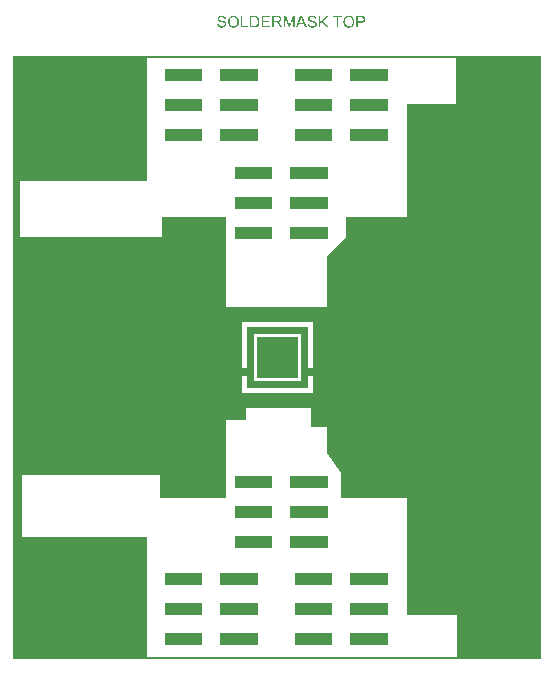
<source format=gbr>
G04 CAM350/DFMSTREAM V12.1 (Build 1022) Date:  Fri Nov 06 13:38:26 2015 *
G04 Database: C:\Projects\3894_EVB_TGP2105_MArnold_102015\Gerbers\110615\GBR_1138089-A.cam *
G04 Layer 7: SOLDERMASK_TOP *
%FSLAX24Y24*%
%MOIN*%
%SFA1.000B1.000*%

%MIA0B0*%
%IPPOS*%
%ADD10C,0.07800*%
%ADD11C,0.08600*%
%ADD12C,0.10000*%
%ADD13C,0.12000*%
%ADD14C,0.06400*%
%LNSOLDERMASK_TOP*%
%LPD*%
G36*
X-1210Y11000D02*
G01Y11384D01*
X-1159*
Y11046*
X-969*
Y11000*
X-1210*
G37*
G36*
X-521D02*
G01Y11384D01*
X-243*
Y11339*
X-470*
Y11221*
X-257*
Y11176*
X-470*
Y11046*
X-234*
Y11000*
X-521*
G37*
G36*
X2640D02*
G01Y11384D01*
X2797*
X2806*
X2815Y11383*
X2825Y11382*
X2835Y11381*
X2843Y11380*
X2844*
X2848Y11379*
X2853Y11378*
X2860Y11376*
X2867Y11374*
X2875Y11370*
X2883Y11366*
X2890Y11362*
X2891Y11361*
X2893Y11360*
X2897Y11356*
X2901Y11352*
X2906Y11347*
X2911Y11341*
X2917Y11334*
X2921Y11325*
X2922Y11324*
X2923Y11321*
X2925Y11316*
X2927Y11310*
X2929Y11302*
X2931Y11293*
X2932Y11283*
X2933Y11273*
Y11272*
Y11270*
Y11268*
X2932Y11264*
Y11260*
X2931Y11255*
X2930Y11250*
X2929Y11244*
X2925Y11231*
X2923Y11224*
X2920Y11217*
X2916Y11210*
X2912Y11203*
X2907Y11196*
X2901Y11190*
Y11189*
X2900Y11188*
X2898Y11186*
X2895Y11185*
X2892Y11182*
X2887Y11179*
X2882Y11176*
X2876Y11173*
X2868Y11170*
X2860Y11166*
X2851Y11164*
X2841Y11162*
X2830Y11159*
X2817Y11158*
X2804Y11157*
X2789Y11156*
X2691*
Y11000*
X2640*
G37*
G36*
X1866Y11339D02*
G01Y11384D01*
X2170*
Y11339*
X2043*
Y11000*
X1992*
Y11339*
X1866*
G37*
G36*
X1012Y11123D02*
G01X1060Y11128D01*
Y11127*
Y11125*
Y11123*
X1061Y11118*
X1063Y11110*
X1065Y11103*
X1067Y11095*
X1071Y11087*
X1075Y11080*
X1076Y11079*
X1077Y11077*
X1080Y11073*
X1085Y11069*
X1090Y11064*
X1096Y11059*
X1105Y11054*
X1114Y11050*
X1115Y11049*
X1116*
X1118Y11048*
X1124Y11047*
X1131Y11044*
X1140Y11042*
X1150Y11041*
X1161Y11039*
X1173*
X1178*
X1183*
X1190Y11040*
X1198Y11041*
X1207Y11042*
X1216Y11044*
X1224Y11047*
X1225Y11048*
X1228Y11049*
X1232Y11051*
X1237Y11053*
X1242Y11057*
X1247Y11061*
X1253Y11065*
X1257Y11071*
X1258Y11072*
X1259Y11074*
X1261Y11077*
X1263Y11081*
X1265Y11085*
X1267Y11091*
X1268Y11097*
Y11104*
Y11107*
Y11110*
X1267Y11115*
X1266Y11119*
X1264Y11125*
X1261Y11130*
X1257Y11135*
Y11136*
X1255Y11138*
X1253Y11140*
X1249Y11143*
X1245Y11147*
X1238Y11150*
X1231Y11154*
X1223Y11158*
X1222*
X1220Y11159*
X1215Y11160*
X1212Y11161*
X1208Y11162*
X1205Y11164*
X1200Y11165*
X1194Y11166*
X1187Y11168*
X1181Y11170*
X1173Y11172*
X1164Y11174*
X1155Y11176*
X1154*
X1152Y11177*
X1150Y11178*
X1146Y11179*
X1142Y11180*
X1137Y11181*
X1126Y11184*
X1114Y11188*
X1101Y11192*
X1090Y11196*
X1085Y11198*
X1080Y11200*
X1079Y11201*
X1076Y11203*
X1071Y11206*
X1065Y11210*
X1059Y11215*
X1052Y11221*
X1045Y11229*
X1040Y11236*
X1039Y11238*
X1038Y11240*
X1035Y11245*
X1033Y11250*
X1031Y11258*
X1029Y11266*
X1027Y11275*
X1026Y11284*
Y11285*
Y11287*
Y11289*
X1028Y11295*
X1029Y11302*
X1030Y11310*
X1033Y11320*
X1037Y11329*
X1043Y11339*
Y11340*
X1046Y11343*
X1050Y11347*
X1055Y11353*
X1061Y11359*
X1070Y11366*
X1080Y11372*
X1091Y11377*
X1092Y11378*
X1094Y11379*
X1096Y11380*
X1099Y11381*
X1103Y11382*
X1111Y11384*
X1122Y11386*
X1134Y11388*
X1147Y11390*
X1161Y11391*
X1169*
X1172Y11390*
X1176*
X1187Y11389*
X1198Y11387*
X1211Y11385*
X1224Y11381*
X1236Y11377*
X1237*
X1238Y11376*
X1240Y11375*
X1242Y11374*
X1247Y11371*
X1255Y11366*
X1263Y11361*
X1271Y11354*
X1279Y11345*
X1286Y11336*
Y11335*
X1287*
X1288Y11333*
X1289Y11331*
X1292Y11326*
X1295Y11319*
X1299Y11310*
X1302Y11299*
X1304Y11288*
X1306Y11276*
X1257Y11272*
Y11273*
Y11274*
X1256Y11275*
Y11278*
X1254Y11284*
X1252Y11292*
X1248Y11301*
X1243Y11310*
X1237Y11319*
X1230Y11326*
X1228Y11327*
X1226Y11329*
X1220Y11332*
X1213Y11336*
X1203Y11339*
X1192Y11342*
X1178Y11345*
X1163*
X1155*
X1152*
X1147Y11344*
X1137Y11343*
X1126Y11341*
X1115Y11338*
X1105Y11334*
X1100Y11331*
X1096Y11328*
X1095Y11327*
X1092Y11325*
X1089Y11321*
X1086Y11317*
X1082Y11311*
X1079Y11304*
X1076Y11296*
X1075Y11287*
Y11286*
Y11284*
X1076Y11280*
X1077Y11276*
X1079Y11270*
X1081Y11265*
X1085Y11259*
X1090Y11254*
Y11253*
X1093Y11251*
X1095Y11250*
X1097Y11249*
X1101Y11247*
X1105Y11245*
X1110Y11243*
X1115Y11241*
X1121Y11239*
X1129Y11236*
X1136Y11234*
X1145Y11231*
X1155Y11229*
X1166Y11226*
X1167*
X1169Y11225*
X1172*
X1176Y11224*
X1181Y11223*
X1187Y11221*
X1193Y11219*
X1200Y11218*
X1215Y11214*
X1228Y11210*
X1235Y11208*
X1241Y11205*
X1247Y11204*
X1251Y11201*
X1252*
X1253*
X1255Y11200*
X1257Y11199*
X1263Y11195*
X1270Y11191*
X1278Y11185*
X1287Y11178*
X1294Y11170*
X1301Y11162*
X1302Y11161*
X1304Y11158*
X1306Y11153*
X1309Y11147*
X1312Y11139*
X1315Y11129*
X1317Y11119*
Y11108*
Y11107*
Y11105*
Y11103*
X1316Y11097*
X1315Y11089*
X1313Y11080*
X1310Y11070*
X1306Y11061*
X1299Y11050*
Y11049*
X1296Y11046*
X1292Y11041*
X1287Y11035*
X1279Y11028*
X1271Y11021*
X1261Y11014*
X1249Y11008*
X1248*
X1247*
X1246Y11007*
X1243Y11006*
X1240Y11005*
X1236Y11003*
X1227Y11001*
X1217Y10998*
X1204Y10996*
X1190Y10994*
X1175Y10993*
X1166*
X1162Y10994*
X1157*
X1151*
X1145Y10995*
X1131Y10997*
X1116Y10999*
X1102Y11003*
X1088Y11008*
X1087*
X1086Y11009*
X1085Y11010*
X1082Y11011*
X1076Y11014*
X1068Y11019*
X1059Y11026*
X1050Y11034*
X1041Y11043*
X1033Y11054*
X1031Y11056*
Y11057*
X1029Y11059*
X1028Y11062*
X1026Y11065*
X1023Y11074*
X1019Y11084*
X1015Y11096*
X1013Y11109*
X1012Y11123*
G37*
G36*
X-2000D02*
G01X-1952Y11128D01*
Y11127*
Y11125*
Y11123*
X-1951Y11118*
X-1949Y11110*
X-1947Y11103*
X-1945Y11095*
X-1941Y11087*
X-1937Y11080*
X-1936Y11079*
X-1935Y11077*
X-1932Y11073*
X-1927Y11069*
X-1922Y11064*
X-1916Y11059*
X-1907Y11054*
X-1898Y11050*
X-1897Y11049*
X-1896*
X-1894Y11048*
X-1888Y11047*
X-1881Y11044*
X-1872Y11042*
X-1862Y11041*
X-1851Y11039*
X-1839*
X-1834*
X-1829*
X-1822Y11040*
X-1814Y11041*
X-1805Y11042*
X-1796Y11044*
X-1788Y11047*
X-1787Y11048*
X-1784Y11049*
X-1780Y11051*
X-1775Y11053*
X-1770Y11057*
X-1765Y11061*
X-1759Y11065*
X-1755Y11071*
X-1754Y11072*
X-1753Y11074*
X-1751Y11077*
X-1749Y11081*
X-1747Y11085*
X-1745Y11091*
X-1744Y11097*
Y11104*
Y11107*
Y11110*
X-1745Y11115*
X-1746Y11119*
X-1748Y11125*
X-1751Y11130*
X-1755Y11135*
Y11136*
X-1757Y11138*
X-1759Y11140*
X-1763Y11143*
X-1767Y11147*
X-1774Y11150*
X-1781Y11154*
X-1789Y11158*
X-1790*
X-1792Y11159*
X-1797Y11160*
X-1800Y11161*
X-1804Y11162*
X-1807Y11164*
X-1812Y11165*
X-1818Y11166*
X-1825Y11168*
X-1831Y11170*
X-1839Y11172*
X-1848Y11174*
X-1857Y11176*
X-1858*
X-1860Y11177*
X-1862Y11178*
X-1866Y11179*
X-1870Y11180*
X-1875Y11181*
X-1886Y11184*
X-1898Y11188*
X-1911Y11192*
X-1922Y11196*
X-1927Y11198*
X-1932Y11200*
X-1933Y11201*
X-1936Y11203*
X-1941Y11206*
X-1947Y11210*
X-1953Y11215*
X-1960Y11221*
X-1967Y11229*
X-1972Y11236*
X-1973Y11238*
X-1974Y11240*
X-1977Y11245*
X-1979Y11250*
X-1981Y11258*
X-1983Y11266*
X-1985Y11275*
X-1986Y11284*
Y11285*
Y11287*
Y11289*
X-1984Y11295*
X-1983Y11302*
X-1982Y11310*
X-1979Y11320*
X-1975Y11329*
X-1969Y11339*
Y11340*
X-1966Y11343*
X-1962Y11347*
X-1957Y11353*
X-1951Y11359*
X-1942Y11366*
X-1932Y11372*
X-1921Y11377*
X-1920Y11378*
X-1918Y11379*
X-1916Y11380*
X-1913Y11381*
X-1909Y11382*
X-1901Y11384*
X-1890Y11386*
X-1878Y11388*
X-1865Y11390*
X-1851Y11391*
X-1843*
X-1840Y11390*
X-1836*
X-1825Y11389*
X-1814Y11387*
X-1801Y11385*
X-1788Y11381*
X-1776Y11377*
X-1775*
X-1774Y11376*
X-1772Y11375*
X-1770Y11374*
X-1765Y11371*
X-1757Y11366*
X-1749Y11361*
X-1741Y11354*
X-1733Y11345*
X-1726Y11336*
Y11335*
X-1725*
X-1724Y11333*
X-1723Y11331*
X-1720Y11326*
X-1717Y11319*
X-1713Y11310*
X-1710Y11299*
X-1708Y11288*
X-1706Y11276*
X-1755Y11272*
Y11273*
Y11274*
X-1756Y11275*
Y11278*
X-1758Y11284*
X-1760Y11292*
X-1764Y11301*
X-1769Y11310*
X-1775Y11319*
X-1782Y11326*
X-1784Y11327*
X-1786Y11329*
X-1792Y11332*
X-1799Y11336*
X-1809Y11339*
X-1820Y11342*
X-1833Y11345*
X-1849*
X-1857*
X-1860*
X-1865Y11344*
X-1875Y11343*
X-1886Y11341*
X-1897Y11338*
X-1907Y11334*
X-1912Y11331*
X-1916Y11328*
X-1917Y11327*
X-1920Y11325*
X-1923Y11321*
X-1926Y11317*
X-1930Y11311*
X-1933Y11304*
X-1936Y11296*
X-1937Y11287*
Y11286*
Y11284*
X-1936Y11280*
X-1935Y11276*
X-1933Y11270*
X-1931Y11265*
X-1927Y11259*
X-1922Y11254*
Y11253*
X-1919Y11251*
X-1917Y11250*
X-1915Y11249*
X-1911Y11247*
X-1907Y11245*
X-1902Y11243*
X-1897Y11241*
X-1891Y11239*
X-1883Y11236*
X-1876Y11234*
X-1867Y11231*
X-1857Y11229*
X-1846Y11226*
X-1845*
X-1843Y11225*
X-1840*
X-1836Y11224*
X-1831Y11223*
X-1825Y11221*
X-1819Y11219*
X-1812Y11218*
X-1797Y11214*
X-1784Y11210*
X-1777Y11208*
X-1771Y11205*
X-1765Y11204*
X-1761Y11201*
X-1760*
X-1759*
X-1757Y11200*
X-1755Y11199*
X-1749Y11195*
X-1742Y11191*
X-1734Y11185*
X-1725Y11178*
X-1717Y11170*
X-1711Y11162*
X-1710Y11161*
X-1708Y11158*
X-1706Y11153*
X-1703Y11147*
X-1700Y11139*
X-1697Y11129*
X-1695Y11119*
Y11108*
Y11107*
Y11105*
Y11103*
X-1696Y11097*
X-1697Y11089*
X-1699Y11080*
X-1702Y11070*
X-1706Y11061*
X-1713Y11050*
Y11049*
X-1716Y11046*
X-1720Y11041*
X-1725Y11035*
X-1732Y11028*
X-1741Y11021*
X-1751Y11014*
X-1763Y11008*
X-1764*
X-1765*
X-1766Y11007*
X-1769Y11006*
X-1772Y11005*
X-1776Y11003*
X-1785Y11001*
X-1795Y10998*
X-1808Y10996*
X-1822Y10994*
X-1837Y10993*
X-1846*
X-1850Y10994*
X-1855*
X-1861*
X-1867Y10995*
X-1881Y10997*
X-1896Y10999*
X-1910Y11003*
X-1924Y11008*
X-1925*
X-1926Y11009*
X-1927Y11010*
X-1930Y11011*
X-1936Y11014*
X-1944Y11019*
X-1953Y11026*
X-1962Y11034*
X-1971Y11043*
X-1979Y11054*
X-1981Y11056*
Y11057*
X-1983Y11059*
X-1984Y11062*
X-1986Y11065*
X-1989Y11074*
X-1993Y11084*
X-1997Y11096*
X-1999Y11109*
X-2000Y11123*
G37*
G36*
X1385Y11000D02*
G01Y11384D01*
X1436*
Y11193*
X1626Y11384*
X1695*
X1534Y11228*
X1702Y11000*
X1635*
X1499Y11194*
X1436Y11133*
Y11000*
X1385*
G37*
G36*
X-909D02*
G01Y11384D01*
X-761*
X-751*
X-740Y11383*
X-729Y11382*
X-718Y11380*
X-709Y11379*
X-708*
X-707Y11378*
X-705*
X-703Y11377*
X-697Y11375*
X-689Y11372*
X-680Y11369*
X-671Y11364*
X-661Y11358*
X-652Y11351*
Y11350*
X-651*
X-650Y11348*
X-647Y11346*
X-642Y11341*
X-635Y11333*
X-628Y11324*
X-620Y11312*
X-613Y11300*
X-607Y11285*
X-606Y11284*
X-605Y11281*
Y11278*
X-603Y11274*
X-602Y11270*
X-601Y11265*
X-599Y11259*
X-598Y11253*
X-596Y11245*
X-594Y11230*
X-592Y11213*
X-591Y11194*
Y11193*
Y11192*
Y11189*
Y11186*
X-592Y11183*
Y11178*
X-593Y11168*
X-594Y11155*
X-596Y11143*
X-599Y11129*
X-602Y11116*
Y11115*
X-603Y11114*
Y11113*
X-604Y11110*
X-606Y11104*
X-609Y11097*
X-613Y11088*
X-617Y11079*
X-622Y11069*
X-628Y11061*
X-629Y11059*
X-631Y11057*
X-634Y11053*
X-639Y11048*
X-644Y11042*
X-650Y11037*
X-656Y11031*
X-663Y11026*
X-664Y11025*
X-666Y11023*
X-670Y11021*
X-676Y11018*
X-682Y11015*
X-690Y11012*
X-699Y11009*
X-709Y11006*
X-710*
X-712*
X-714Y11005*
X-719Y11004*
X-727Y11003*
X-736Y11002*
X-746Y11001*
X-758*
X-771Y11000*
X-909*
G37*
G36*
X-163D02*
G01Y11384D01*
X15*
X20*
X25*
X36Y11383*
X49Y11381*
X62Y11380*
X74Y11377*
X80Y11375*
X85Y11374*
X86*
Y11373*
X90Y11371*
X95Y11369*
X101Y11365*
X107Y11360*
X115Y11354*
X121Y11346*
X128Y11337*
Y11336*
X131Y11332*
X133Y11327*
X136Y11320*
X139Y11311*
X142Y11301*
X143Y11291*
X144Y11279*
Y11278*
Y11275*
X143Y11273*
Y11269*
Y11265*
X141Y11255*
X137Y11244*
X133Y11233*
X126Y11221*
X122Y11215*
X117Y11210*
Y11209*
X116*
X115Y11207*
X112Y11205*
X110Y11203*
X106Y11201*
X102Y11198*
X97Y11195*
X92Y11192*
X86Y11189*
X79Y11186*
X72Y11183*
X63Y11181*
X55Y11178*
X46Y11176*
X36Y11175*
X37Y11174*
X39Y11173*
X42Y11171*
X47Y11169*
X57Y11163*
X62Y11159*
X66Y11155*
X67Y11154*
X70Y11152*
X75Y11147*
X80Y11142*
X86Y11134*
X93Y11125*
X101Y11115*
X108Y11104*
X174Y11000*
X111*
X61Y11080*
X60Y11082*
X58Y11083*
X57Y11085*
X53Y11092*
X48Y11099*
X42Y11108*
X36Y11117*
X30Y11125*
X24Y11133*
X22Y11135*
X19Y11139*
X15Y11143*
X7Y11151*
X2Y11155*
X-2Y11158*
X-3Y11159*
X-4*
X-6Y11160*
X-9Y11162*
X-13Y11164*
X-16Y11165*
X-25Y11168*
X-26*
X-27Y11169*
X-29*
X-32*
X-36Y11170*
X-40*
X-46*
X-112*
Y11000*
X-163*
G37*
G36*
X629D02*
G01X776Y11384D01*
X831*
X988Y11000*
X930*
X885Y11117*
X724*
X683Y11000*
X629*
G37*
G36*
X222D02*
G01Y11384D01*
X298*
X389Y11112*
Y11111*
X390Y11110*
Y11108*
X391Y11105*
X394Y11099*
X396Y11090*
X399Y11081*
X403Y11072*
X405Y11063*
X408Y11055*
Y11056*
X409Y11059*
X410Y11064*
X413Y11070*
X415Y11079*
X419Y11090*
X423Y11102*
X428Y11117*
X520Y11384*
X589*
Y11000*
X540*
Y11321*
X428Y11000*
X382*
X271Y11327*
Y11000*
X222*
G37*
G36*
X2207Y11186D02*
G01Y11187D01*
Y11188*
Y11191*
Y11196*
Y11203*
X2209Y11210*
X2210Y11220*
X2211Y11230*
X2214Y11241*
X2216Y11253*
X2219Y11265*
X2224Y11278*
X2229Y11290*
X2234Y11302*
X2241Y11315*
X2249Y11326*
X2258Y11336*
X2259Y11337*
X2260Y11339*
X2264Y11341*
X2267Y11345*
X2272Y11349*
X2279Y11354*
X2286Y11359*
X2294Y11364*
X2303Y11369*
X2313Y11374*
X2324Y11378*
X2336Y11382*
X2348Y11386*
X2362Y11388*
X2376Y11390*
X2391Y11391*
X2396*
X2399Y11390*
X2404*
X2409*
X2416Y11388*
X2423Y11387*
X2437Y11385*
X2454Y11380*
X2470Y11374*
X2478Y11370*
X2487Y11365*
X2488Y11364*
X2491Y11362*
X2494Y11361*
X2497Y11358*
X2502Y11355*
X2511Y11347*
X2521Y11337*
X2532Y11325*
X2543Y11310*
X2552Y11294*
X2553Y11292*
X2554Y11290*
X2555Y11286*
X2557Y11282*
X2559Y11277*
X2561Y11271*
X2563Y11264*
X2565Y11257*
X2567Y11249*
X2569Y11240*
X2571Y11231*
X2573Y11212*
X2574Y11191*
Y11190*
Y11188*
Y11185*
Y11181*
Y11176*
X2573Y11170*
X2572Y11163*
Y11156*
X2569Y11140*
X2564Y11122*
X2558Y11104*
X2555Y11095*
X2550Y11087*
Y11086*
X2549Y11084*
X2548Y11082*
X2546Y11079*
X2544Y11075*
X2541Y11071*
X2533Y11061*
X2524Y11049*
X2513Y11038*
X2499Y11027*
X2484Y11017*
X2483*
X2482Y11016*
X2479Y11014*
X2476Y11013*
X2472Y11011*
X2468Y11009*
X2462Y11007*
X2456Y11005*
X2449Y11003*
X2442Y11001*
X2426Y10997*
X2409Y10994*
X2391Y10993*
X2385*
X2382Y10994*
X2377*
X2371Y10995*
X2365Y10996*
X2358Y10997*
X2343Y11000*
X2327Y11004*
X2310Y11011*
X2302Y11015*
X2293Y11019*
Y11020*
X2292Y11021*
X2290Y11022*
X2286Y11024*
X2283Y11027*
X2279Y11030*
X2270Y11038*
X2259Y11048*
X2248Y11061*
X2238Y11074*
X2229Y11090*
Y11091*
X2227Y11093*
X2226Y11095*
X2225Y11098*
X2224Y11103*
X2222Y11108*
X2220Y11113*
X2218Y11119*
X2216Y11127*
X2214Y11134*
X2210Y11150*
X2208Y11168*
X2207Y11186*
G37*
G36*
X-1640D02*
G01Y11187D01*
Y11188*
Y11191*
Y11196*
Y11203*
X-1639Y11210*
X-1638Y11220*
X-1636Y11230*
X-1634Y11241*
X-1631Y11253*
X-1628Y11265*
X-1624Y11278*
X-1619Y11290*
X-1613Y11302*
X-1606Y11315*
X-1598Y11326*
X-1589Y11336*
Y11337*
X-1587Y11339*
X-1584Y11341*
X-1580Y11345*
X-1575Y11349*
X-1569Y11354*
X-1562Y11359*
X-1553Y11364*
X-1544Y11369*
X-1534Y11374*
X-1523Y11378*
X-1512Y11382*
X-1499Y11386*
X-1486Y11388*
X-1472Y11390*
X-1457Y11391*
X-1452*
X-1448Y11390*
X-1443*
X-1438*
X-1431Y11388*
X-1424Y11387*
X-1410Y11385*
X-1393Y11380*
X-1377Y11374*
X-1369Y11370*
X-1361Y11365*
X-1360*
X-1359Y11364*
X-1357Y11362*
X-1353Y11361*
X-1350Y11358*
X-1346Y11355*
X-1336Y11347*
X-1326Y11337*
X-1315Y11325*
X-1305Y11310*
X-1296Y11294*
X-1295Y11292*
X-1293Y11290*
X-1292Y11286*
X-1290Y11282*
X-1288Y11277*
X-1286Y11271*
X-1284Y11264*
X-1282Y11257*
X-1280Y11249*
X-1278Y11240*
X-1276Y11231*
X-1274Y11212*
X-1273Y11191*
Y11190*
Y11188*
Y11185*
X-1274Y11181*
Y11176*
Y11170*
X-1275Y11163*
X-1276Y11156*
X-1278Y11140*
X-1283Y11122*
X-1289Y11104*
X-1292Y11095*
X-1297Y11087*
Y11086*
X-1298Y11084*
X-1299Y11082*
X-1301Y11079*
X-1303Y11075*
X-1306Y11071*
X-1314Y11061*
X-1323Y11049*
X-1335Y11038*
X-1348Y11027*
X-1363Y11017*
X-1364*
X-1365Y11016*
X-1368Y11014*
X-1371Y11013*
X-1375Y11011*
X-1380Y11009*
X-1385Y11007*
X-1391Y11005*
X-1398Y11003*
X-1405Y11001*
X-1421Y10997*
X-1438Y10994*
X-1457Y10993*
X-1462*
X-1466Y10994*
X-1471*
X-1476Y10995*
X-1482Y10996*
X-1489Y10997*
X-1504Y11000*
X-1520Y11004*
X-1537Y11011*
X-1545Y11015*
X-1554Y11019*
Y11020*
X-1555Y11021*
X-1558Y11022*
X-1561Y11024*
X-1564Y11027*
X-1568Y11030*
X-1578Y11038*
X-1588Y11048*
X-1599Y11061*
X-1609Y11074*
X-1619Y11090*
Y11091*
X-1620Y11093*
X-1621Y11095*
X-1622Y11098*
X-1624Y11103*
X-1625Y11108*
X-1628Y11113*
X-1629Y11119*
X-1631Y11127*
X-1634Y11134*
X-1637Y11150*
X-1639Y11168*
X-1640Y11186*
G37*
G36*
X-8800Y-10050D02*
G01Y10050D01*
X-50*
X8800*
Y-10050*
X-50*
X-8800*
G37*
%LPC*%
G36*
X2794Y11201D02*
G01X2798Y11202D01*
X2802*
X2806Y11203*
X2817Y11204*
X2828Y11206*
X2840Y11209*
X2851Y11214*
X2856Y11216*
X2860Y11220*
X2861Y11221*
X2863Y11223*
X2866Y11228*
X2870Y11233*
X2874Y11240*
X2877Y11249*
X2880Y11259*
X2881Y11271*
Y11272*
Y11275*
X2880Y11280*
X2879Y11285*
X2878Y11291*
X2876Y11299*
X2872Y11305*
X2868Y11312*
X2866Y11315*
X2863Y11317*
X2860Y11321*
X2855Y11325*
X2850Y11329*
X2843Y11332*
X2836Y11335*
X2833*
X2830Y11336*
X2826Y11337*
X2819*
X2811Y11338*
X2801Y11339*
X2691*
Y11201*
X2794*
G37*
G36*
X-767Y11046D02*
G01X-763D01*
X-755Y11047*
X-745*
X-735Y11048*
X-725Y11050*
X-717Y11052*
X-716Y11053*
X-713*
X-709Y11055*
X-704Y11057*
X-699Y11061*
X-693Y11064*
X-687Y11068*
X-682Y11072*
X-681Y11073*
X-679Y11075*
X-676Y11079*
X-672Y11085*
X-667Y11092*
X-662Y11100*
X-658Y11110*
X-654Y11120*
Y11121*
Y11122*
X-653Y11124*
X-652Y11126*
Y11129*
X-651Y11133*
X-650Y11137*
X-649Y11141*
X-647Y11152*
X-645Y11165*
X-644Y11179*
Y11195*
Y11198*
Y11200*
Y11205*
Y11210*
X-645Y11215*
Y11222*
X-646Y11229*
X-649Y11244*
X-652Y11259*
X-657Y11274*
X-660Y11281*
X-664Y11287*
X-665Y11289*
X-666Y11290*
X-667Y11292*
X-671Y11298*
X-677Y11305*
X-684Y11312*
X-692Y11319*
X-702Y11325*
X-712Y11330*
X-713Y11331*
X-716*
X-721Y11333*
X-728Y11335*
X-737Y11336*
X-748Y11337*
X-755Y11338*
X-762*
X-769Y11339*
X-858*
Y11046*
X-767*
G37*
G36*
X2Y11214D02*
G01X9Y11215D01*
X17*
X26Y11216*
X35Y11217*
X44Y11219*
X51Y11221*
X52*
X55Y11223*
X58Y11224*
X62Y11226*
X67Y11230*
X72Y11234*
X77Y11239*
X81Y11244*
X82Y11245*
X83Y11247*
X85Y11250*
X87Y11255*
X88Y11260*
X90Y11265*
X91Y11272*
X92Y11279*
Y11280*
X91Y11283*
Y11288*
X90Y11295*
X87Y11301*
X83Y11309*
X78Y11316*
X72Y11324*
X71*
X68Y11326*
X63Y11329*
X56Y11332*
X48Y11336*
X37Y11339*
X24Y11341*
X9*
X-112*
Y11214*
X2*
G37*
G36*
X869Y11158D02*
G01X829Y11264D01*
Y11266*
X828Y11269*
X827Y11272*
X825Y11276*
X823Y11281*
X822Y11286*
X819Y11292*
X815Y11305*
X811Y11318*
X806Y11331*
X802Y11344*
Y11342*
Y11340*
X801Y11338*
X800Y11334*
X799Y11330*
X797Y11321*
X794Y11310*
X790Y11297*
X786Y11284*
X781Y11270*
X739Y11158*
X869*
G37*
G36*
X2260Y11174D02*
G01Y11169D01*
X2261Y11162*
X2262Y11154*
X2264Y11147*
X2268Y11129*
X2271Y11120*
X2275Y11110*
X2279Y11102*
X2284Y11093*
X2290Y11084*
X2296Y11077*
X2297Y11076*
X2298Y11075*
X2300Y11073*
X2303Y11070*
X2307Y11067*
X2311Y11064*
X2316Y11061*
X2322Y11057*
X2328Y11053*
X2336Y11049*
X2343Y11046*
X2352Y11043*
X2361Y11041*
X2370Y11038*
X2380Y11037*
X2390*
X2393*
X2396*
X2399*
X2404Y11038*
X2410Y11039*
X2417Y11040*
X2423Y11042*
X2431Y11044*
X2438Y11047*
X2447Y11049*
X2454Y11053*
X2462Y11058*
X2470Y11063*
X2478Y11069*
X2485Y11077*
X2486*
X2487Y11078*
X2488Y11081*
X2491Y11084*
X2494Y11088*
X2497Y11093*
X2500Y11099*
X2504Y11106*
X2507Y11114*
X2510Y11123*
X2513Y11132*
X2517Y11142*
X2519Y11153*
X2520Y11165*
X2522Y11178*
Y11191*
Y11192*
Y11194*
Y11196*
Y11199*
Y11203*
Y11208*
X2521Y11213*
X2520Y11219*
X2518Y11232*
X2515Y11245*
X2512Y11260*
X2506Y11273*
Y11274*
X2505Y11275*
X2504Y11276*
X2503Y11279*
X2499Y11285*
X2494Y11293*
X2488Y11302*
X2479Y11311*
X2470Y11320*
X2459Y11327*
X2458Y11329*
X2457*
X2454Y11331*
X2451Y11332*
X2448Y11334*
X2439Y11337*
X2429Y11341*
X2418Y11344*
X2404Y11346*
X2391Y11347*
X2386*
X2382Y11346*
X2377*
X2372Y11345*
X2366Y11344*
X2359Y11342*
X2345Y11338*
X2337Y11335*
X2329Y11331*
X2321Y11327*
X2313Y11322*
X2305Y11316*
X2298Y11310*
X2297Y11309*
X2296Y11308*
X2295Y11306*
X2292Y11302*
X2289Y11299*
X2286Y11294*
X2282Y11287*
X2279Y11280*
X2275Y11273*
X2271Y11263*
X2268Y11253*
X2265Y11242*
X2262Y11230*
X2261Y11216*
X2260Y11201*
X2259Y11186*
Y11185*
Y11183*
Y11179*
X2260Y11174*
G37*
G36*
X-1587Y11169D02*
G01X-1586Y11162D01*
X-1585Y11154*
X-1584Y11147*
X-1579Y11129*
X-1576Y11120*
X-1573Y11110*
X-1568Y11102*
X-1563Y11093*
X-1558Y11084*
X-1551Y11077*
X-1550Y11076*
X-1549Y11075*
X-1547Y11073*
X-1544Y11070*
X-1540Y11067*
X-1536Y11064*
X-1531Y11061*
X-1525Y11057*
X-1519Y11053*
X-1512Y11049*
X-1504Y11046*
X-1496Y11043*
X-1487Y11041*
X-1478Y11038*
X-1468Y11037*
X-1457*
X-1454*
X-1452*
X-1448*
X-1443Y11038*
X-1437Y11039*
X-1431Y11040*
X-1424Y11042*
X-1416Y11044*
X-1409Y11047*
X-1401Y11049*
X-1393Y11053*
X-1385Y11058*
X-1377Y11063*
X-1370Y11069*
X-1362Y11077*
X-1361Y11078*
X-1359Y11081*
X-1356Y11084*
X-1353Y11088*
X-1351Y11093*
X-1347Y11099*
X-1343Y11106*
X-1340Y11114*
X-1337Y11123*
X-1334Y11132*
X-1331Y11142*
X-1328Y11153*
X-1327Y11165*
X-1326Y11178*
X-1325Y11191*
Y11192*
Y11194*
Y11196*
Y11199*
X-1326Y11203*
Y11208*
Y11213*
X-1327Y11219*
X-1329Y11232*
X-1332Y11245*
X-1336Y11260*
X-1341Y11273*
Y11274*
X-1342Y11275*
X-1343Y11276*
X-1344Y11279*
X-1348Y11285*
X-1353Y11293*
X-1360Y11302*
X-1368Y11311*
X-1377Y11320*
X-1388Y11327*
X-1389Y11329*
X-1391*
X-1393Y11331*
X-1396Y11332*
X-1399Y11334*
X-1408Y11337*
X-1418Y11341*
X-1429Y11344*
X-1443Y11346*
X-1457Y11347*
X-1462*
X-1466Y11346*
X-1471*
X-1476Y11345*
X-1482Y11344*
X-1488Y11342*
X-1503Y11338*
X-1510Y11335*
X-1518Y11331*
X-1527Y11327*
X-1534Y11322*
X-1542Y11316*
X-1549Y11310*
X-1550Y11309*
X-1551Y11308*
X-1553Y11306*
X-1555Y11302*
X-1558Y11299*
X-1562Y11294*
X-1565Y11287*
X-1569Y11280*
X-1572Y11273*
X-1576Y11263*
X-1579Y11253*
X-1582Y11242*
X-1585Y11230*
X-1587Y11216*
X-1588Y11201*
Y11186*
Y11185*
Y11183*
Y11179*
Y11174*
X-1587Y11169*
G37*
G36*
X-8519Y-5980D02*
G01X-4352D01*
Y-9970*
X-50*
X6002*
Y-8571*
X4342*
Y-4691*
X2119*
Y-3862*
X1656Y-3199*
Y-2330*
X1125*
Y-1674*
X-1028*
Y-2079*
X-1698*
Y-4691*
X-3907*
Y-3919*
X-8519*
Y-5980*
G37*
G36*
X1186Y-1187D02*
G01Y-635D01*
X1023*
Y-1024*
X-1023*
Y-635*
X-1186*
Y-1187*
X1186*
G37*
G36*
X-1023Y-344D02*
G01Y1025D01*
X1023*
Y-344*
X1186*
Y1188*
X-1186*
Y-344*
X-1023*
G37*
G36*
X777Y-777D02*
G01Y778D01*
X-778*
Y-777*
X777*
G37*
G36*
X-8576Y4005D02*
G01X-3854D01*
Y4691*
X-1698*
Y1674*
X1656*
Y3386*
X2290Y4017*
Y4691*
X4342*
Y8441*
X5947*
Y9970*
X-50*
X-4352*
Y5894*
X-8576*
Y4005*
G37*
%LPD*%
G36*
X-3754Y8200D02*
G01Y8600D01*
X-2504*
Y8200*
X-3754*
G37*
G36*
Y9200D02*
G01Y9600D01*
X-2504*
Y9200*
X-3754*
G37*
G36*
X-1904Y7200D02*
G01Y7600D01*
X-654*
Y7200*
X-1904*
G37*
G36*
Y8200D02*
G01Y8600D01*
X-654*
Y8200*
X-1904*
G37*
G36*
Y9200D02*
G01Y9600D01*
X-654*
Y9200*
X-1904*
G37*
G36*
X-1417Y3959D02*
G01Y4359D01*
X-167*
Y3959*
X-1417*
G37*
G36*
Y4959D02*
G01Y5359D01*
X-167*
Y4959*
X-1417*
G37*
G36*
Y5959D02*
G01Y6359D01*
X-167*
Y5959*
X-1417*
G37*
G36*
X433Y3959D02*
G01Y4359D01*
X1683*
Y3959*
X433*
G37*
G36*
Y4959D02*
G01Y5359D01*
X1683*
Y4959*
X433*
G37*
G36*
Y5959D02*
G01Y6359D01*
X1683*
Y5959*
X433*
G37*
G36*
X587Y7200D02*
G01Y7600D01*
X1837*
Y7200*
X587*
G37*
G36*
Y8200D02*
G01Y8600D01*
X1837*
Y8200*
X587*
G37*
G36*
Y9200D02*
G01Y9600D01*
X1837*
Y9200*
X587*
G37*
G36*
X2437Y7200D02*
G01Y7600D01*
X3687*
Y7200*
X2437*
G37*
G36*
Y8200D02*
G01Y8600D01*
X3687*
Y8200*
X2437*
G37*
G36*
Y9200D02*
G01Y9600D01*
X3687*
Y9200*
X2437*
G37*
G36*
X-3754Y7200D02*
G01Y7600D01*
X-2504*
Y7200*
X-3754*
G37*
G36*
Y-8600D02*
G01Y-8200D01*
X-2504*
Y-8600*
X-3754*
G37*
G36*
Y-7600D02*
G01Y-7200D01*
X-2504*
Y-7600*
X-3754*
G37*
G36*
X-1904Y-9600D02*
G01Y-9200D01*
X-654*
Y-9600*
X-1904*
G37*
G36*
Y-8600D02*
G01Y-8200D01*
X-654*
Y-8600*
X-1904*
G37*
G36*
Y-7600D02*
G01Y-7200D01*
X-654*
Y-7600*
X-1904*
G37*
G36*
X-1417Y-6359D02*
G01Y-5959D01*
X-167*
Y-6359*
X-1417*
G37*
G36*
Y-5359D02*
G01Y-4959D01*
X-167*
Y-5359*
X-1417*
G37*
G36*
Y-4359D02*
G01Y-3959D01*
X-167*
Y-4359*
X-1417*
G37*
G36*
X433Y-6359D02*
G01Y-5959D01*
X1683*
Y-6359*
X433*
G37*
G36*
Y-5359D02*
G01Y-4959D01*
X1683*
Y-5359*
X433*
G37*
G36*
Y-4359D02*
G01Y-3959D01*
X1683*
Y-4359*
X433*
G37*
G36*
X587Y-9600D02*
G01Y-9200D01*
X1837*
Y-9600*
X587*
G37*
G36*
Y-8600D02*
G01Y-8200D01*
X1837*
Y-8600*
X587*
G37*
G36*
Y-7600D02*
G01Y-7200D01*
X1837*
Y-7600*
X587*
G37*
G36*
X2437Y-9600D02*
G01Y-9200D01*
X3687*
Y-9600*
X2437*
G37*
G36*
Y-8600D02*
G01Y-8200D01*
X3687*
Y-8600*
X2437*
G37*
G36*
Y-7600D02*
G01Y-7200D01*
X3687*
Y-7600*
X2437*
G37*
G36*
X-3754Y-9600D02*
G01Y-9200D01*
X-2504*
Y-9600*
X-3754*
G37*
G36*
X-678Y-677D02*
G01Y678D01*
X678*
Y-677*
X-678*
G37*
G54D10*
X-7680Y1875D03*
Y-1875D03*
X7680Y1875D03*
Y-1875D03*
G54D11*
X-5250Y7250D03*
X5250D03*
Y-7250D03*
X-5250D03*
G54D12*
X-2500Y-2500D03*
Y2500D03*
X2500D03*
Y-2500D03*
G54D13*
X-7680Y-8840D03*
X7680D03*
Y8840D03*
X-7680D03*
G54D14*
X-2630Y3750D03*
X2630Y-3750D03*
M02*

</source>
